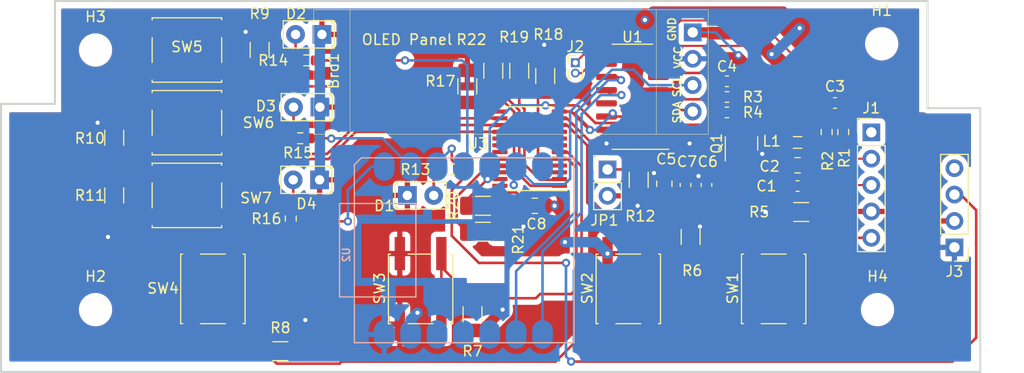
<source format=kicad_pcb>
(kicad_pcb (version 20211014) (generator pcbnew)
  (layers (0 "F.Cu" signal) (31 "B.Cu" signal) (34 "B.Paste" user) (35 "F.Paste" user) (36 "B.SilkS" user "B.Silkscreen") (37 "F.SilkS" user "F.Silkscreen") (38 "B.Mask" user) (39 "F.Mask" user) (44 "Edge.Cuts" user))
  (net 0 "")
  (net 1 "VCC")
  (net 2 "GND")
  (net 3 "/SCL")
  (net 4 "/SDA")
  (net 5 "/Red")
  (net 6 "/INA+")
  (net 7 "/INA-")
  (net 8 "Net-(C4-Pad1)")
  (net 9 "Net-(C8-Pad1)")
  (net 10 "Net-(D4-Pad2)")
  (net 11 "/Yellow")
  (net 12 "/A+")
  (net 13 "/A-")
  (net 14 "/B-")
  (net 15 "/B+")
  (net 16 "/MotorEN")
  (net 18 "Net-(L1-Pad2)")
  (net 19 "Net-(Q1-Pad1)")
  (net 20 "Net-(R3-Pad2)")
  (net 21 "/Increase")
  (net 22 "/Decrease")
  (net 23 "/Play")
  (net 24 "/Stop")
  (net 25 "/P1EN")
  (net 26 "/P2EN")
  (net 27 "/P3EN")
  (net 28 "Net-(R12-Pad2)")
  (net 29 "/Preset1")
  (net 30 "/Preset2")
  (net 31 "/Preset3")
  (net 32 "Net-(R17-Pad1)")
  (net 33 "Net-(R18-Pad2)")
  (net 34 "Net-(R19-Pad1)")
  (net 35 "Net-(R22-Pad1)")
  (net 36 "/SCK")
  (net 37 "/DAT")
  (net 49 "Net-(D1-Pad2)")
  (net 50 "Net-(D2-Pad2)")
  (net 51 "Net-(D3-Pad2)")
  (footprint "Button_Switch_SMD:SW_SPST_EVQQ2" (layer "F.Cu") (at 131.1 119 90)
    (fp_text reference "SW2")
    (fp_text value "SW_Push")
  )
  (footprint "Connector_PinHeader_2.54mm:PinHeader_1x04_P2.54mm_Vertical" (layer "F.Cu") (at 162.504 115 180)
    (fp_text reference "J3")
    (fp_text value "4PinPowerControl")
  )
  (footprint "Capacitor_SMD:C_0603_1608Metric_Pad1.08x0.95mm_HandSolder" (layer "F.Cu") (at 151 101.1 180)
    (fp_text reference "C3")
    (fp_text value "0.1uF")
  )
  (footprint "Resistor_SMD:R_1206_3216Metric_Pad1.30x1.75mm_HandSolder" (layer "F.Cu") (at 117.1 111 180)
    (fp_text reference "R20")
    (fp_text value "10K")
  )
  (footprint "Resistor_SMD:R_1206_3216Metric_Pad1.30x1.75mm_HandSolder" (layer "F.Cu") (at 81.6 110 90)
    (fp_text reference "R11")
    (fp_text value "10K")
  )
  (footprint "Capacitor_SMD:C_0603_1608Metric_Pad1.08x0.95mm_HandSolder" (layer "F.Cu") (at 140.6 99.01)
    (fp_text reference "C4")
    (fp_text value "0.1uF")
  )
  (footprint "Resistor_SMD:R_1206_3216Metric_Pad1.30x1.75mm_HandSolder" (layer "F.Cu") (at 120.6 98 90)
    (fp_text reference "R19")
    (fp_text value "10K")
  )
  (footprint "Resistor_SMD:R_0603_1608Metric_Pad0.98x0.95mm_HandSolder" (layer "F.Cu") (at 150.2 103.9 -90)
    (fp_text reference "R2")
    (fp_text value "100")
  )
  (footprint "Resistor_SMD:R_1206_3216Metric_Pad1.30x1.75mm_HandSolder" (layer "F.Cu") (at 116.1 121.45 90)
    (fp_text reference "R7")
    (fp_text value "10K")
  )
  (footprint "Resistor_SMD:R_1206_3216Metric_Pad1.30x1.75mm_HandSolder" (layer "F.Cu") (at 118.1 98 90)
    (fp_text reference "R22")
    (fp_text value "10K")
  )
  (footprint "MountingHole:MountingHole_2.2mm_M2" (layer "F.Cu") (at 79.8 121)
    (fp_text reference "H2")
    (fp_text value "MountingHole")
  )
  (footprint "Capacitor_SMD:C_0805_2012Metric_Pad1.18x1.45mm_HandSolder" (layer "F.Cu") (at 147.4 107.1 180)
    (fp_text reference "C2")
    (fp_text value "10uF")
  )
  (footprint "Resistor_SMD:R_1206_3216Metric_Pad1.30x1.75mm_HandSolder" (layer "F.Cu") (at 137.1 114 -90)
    (fp_text reference "R6")
    (fp_text value "10K")
  )
  (footprint "Capacitor_SMD:C_0805_2012Metric_Pad1.18x1.45mm_HandSolder" (layer "F.Cu") (at 134.57 108.885015 -90)
    (fp_text reference "C7")
    (fp_text value "10uF")
  )
  (footprint "Resistor_SMD:R_0603_1608Metric_Pad0.98x0.95mm_HandSolder" (layer "F.Cu") (at 100.1 97 180)
    (fp_text reference "R14")
    (fp_text value "1K")
  )
  (footprint "Connector_PinHeader_1.00mm:PinHeader_1x02_P1.00mm_Vertical" (layer "F.Cu") (at 126 97.225)
    (fp_text reference "J2")
    (fp_text value "Conn_01x02")
  )
  (footprint "MountingHole:MountingHole_2.2mm_M2" (layer "F.Cu") (at 155.5 95.4)
    (fp_text reference "H1")
    (fp_text value "MountingHole")
  )
  (footprint "Resistor_SMD:R_1206_3216Metric_Pad1.30x1.75mm_HandSolder" (layer "F.Cu") (at 147.75 111.6)
    (fp_text reference "R5")
    (fp_text value "10K")
  )
  (footprint "Resistor_SMD:R_1206_3216Metric_Pad1.30x1.75mm_HandSolder" (layer "F.Cu") (at 97.6 125 180)
    (fp_text reference "R8")
    (fp_text value "10K")
  )
  (footprint "LED_THT:LED_D2.0mm_W4.8mm_H2.5mm_FlatTop" (layer "F.Cu") (at 109.825 110)
    (fp_text reference "D1")
    (fp_text value "LED")
  )
  (footprint "Inductor_SMD:L_0603_1608Metric_Pad1.05x0.95mm_HandSolder" (layer "F.Cu") (at 140.6 102.01 180)
    (fp_text reference "R4")
    (fp_text value "20K")
  )
  (footprint "Button_Switch_SMD:SW_SPST_EVQQ2" (layer "F.Cu") (at 88.6 110 180)
    (fp_text reference "SW7")
    (fp_text value "SW_Push")
  )
  (footprint "Resistor_SMD:R_0603_1608Metric_Pad0.98x0.95mm_HandSolder" (layer "F.Cu") (at 114.1 107.5 180)
    (fp_text reference "R13")
    (fp_text value "1K")
  )
  (footprint "Button_Switch_SMD:SW_SPST_EVQQ2" (layer "F.Cu") (at 91.1 119 90)
    (fp_text reference "SW4")
    (fp_text value "SW_Push")
  )
  (footprint "Package_SO:TSSOP-24_4.4x7.8mm_P0.65mm" (layer "F.Cu") (at 121.6 105.5 180)
    (fp_text reference "U3")
    (fp_text value "TCA9548APWR")
  )
  (footprint "Package_TO_SOT_SMD:SOT-23" (layer "F.Cu") (at 142 105 90)
    (fp_text reference "Q1")
    (fp_text value "MMBTA92")
  )
  (footprint "LED_THT:LED_D2.0mm_W4.8mm_H2.5mm_FlatTop" (layer "F.Cu") (at 101.6 94.5 180)
    (fp_text reference "D2")
    (fp_text value "LED")
  )
  (footprint "Resistor_SMD:R_1206_3216Metric_Pad1.30x1.75mm_HandSolder" (layer "F.Cu") (at 115.6 99.5 90)
    (fp_text reference "R17")
    (fp_text value "10K")
  )
  (footprint "Resistor_SMD:R_1206_3216Metric_Pad1.30x1.75mm_HandSolder" (layer "F.Cu") (at 117.1 113.5 180)
    (fp_text reference "R21")
    (fp_text value "10K")
  )
  (footprint "Capacitor_SMD:C_0805_2012Metric_Pad1.18x1.45mm_HandSolder" (layer "F.Cu") (at 122.1 111)
    (fp_text reference "C8")
    (fp_text value "10uF")
  )
  (footprint "Package_SO:SOP-16_3.9x9.9mm_P1.27mm" (layer "F.Cu") (at 131.5 100.5 180)
    (fp_text reference "U1")
    (fp_text value "HX711")
  )
  (footprint "Inductor_SMD:L_0603_1608Metric_Pad1.05x0.95mm_HandSolder" (layer "F.Cu") (at 140.6 100.52 180)
    (fp_text reference "R3")
    (fp_text value "8.2K")
  )
  (footprint "Connector_PinHeader_2.54mm:PinHeader_1x05_P2.54mm_Vertical" (layer "F.Cu") (at 154.5 103.925)
    (fp_text reference "J1")
    (fp_text value "Conn_01x05_Female")
  )
  (footprint "Capacitor_SMD:C_0603_1608Metric_Pad1.08x0.95mm_HandSolder" (layer "F.Cu") (at 136.61 109 90)
    (fp_text reference "C5")
    (fp_text value "0.1uF")
  )
  (footprint "Resistor_SMD:R_1206_3216Metric_Pad1.30x1.75mm_HandSolder" (layer "F.Cu") (at 95.6 96 -90)
    (fp_text reference "R9")
    (fp_text value "10K")
  )
  (footprint "Button_Switch_SMD:SW_SPST_EVQQ2" (layer "F.Cu") (at 88.6 103)
    (fp_text reference "SW6")
    (fp_text value "SW_Push")
  )
  (footprint "Resistor_SMD:R_1206_3216Metric_Pad1.30x1.75mm_HandSolder" (layer "F.Cu") (at 81.6 104.45 -90)
    (fp_text reference "R10")
    (fp_text value "10K")
  )
  (footprint "Resistor_SMD:R_1206_3216Metric_Pad1.30x1.75mm_HandSolder" (layer "F.Cu") (at 123.1 98.5 -90)
    (fp_text reference "R18")
    (fp_text value "10K")
  )
  (footprint "Capacitor_SMD:C_0603_1608Metric_Pad1.08x0.95mm_HandSolder" (layer "F.Cu") (at 147.4 109.1)
    (fp_text reference "C1")
    (fp_text value "0.1uF")
  )
  (footprint "Connector_PinHeader_2.54mm:PinHeader_1x02_P2.54mm_Vertical" (layer "F.Cu") (at 129.1 107.5)
    (fp_text reference "JP1")
    (fp_text value "Jumper_2_Open")
  )
  (footprint "Button_Switch_SMD:SW_SPST_EVQQ2" (layer "F.Cu") (at 88.6 96)
    (fp_text reference "SW5")
    (fp_text value "SW_Push")
  )
  (footprint "Resistor_SMD:R_0603_1608Metric_Pad0.98x0.95mm_HandSolder" (layer "F.Cu") (at 151.8 103.9 90)
    (fp_text reference "R1")
    (fp_text value "100")
  )
  (footprint "Button_Switch_SMD:SW_SPST_EVQQ2" (layer "F.Cu") (at 145.1 119 90)
    (fp_text reference "SW1")
    (fp_text value "SW_Push")
  )
  (footprint "Resistor_SMD:R_0603_1608Metric_Pad0.98x0.95mm_HandSolder" (layer "F.Cu") (at 99.5125 104.5 180)
    (fp_text reference "R15")
    (fp_text value "1K")
  )
  (footprint "Resistor_SMD:R_1206_3216Metric_Pad1.30x1.75mm_HandSolder" (layer "F.Cu") (at 132.1 108.5 90)
    (fp_text reference "R12")
    (fp_text value "10K")
  )
  (footprint "Capacitor_SMD:C_0603_1608Metric_Pad1.08x0.95mm_HandSolder" (layer "F.Cu") (at 138.63 109 90)
    (fp_text reference "C6")
    (fp_text value "0.1uF")
  )
  (footprint "SSD1306:SSD1306-0.91-OLED-4pin-128x32" (layer "F.Cu") (at 100.805 92.115)
    (fp_text reference "Brd1")
    (fp_text value "SSD1306")
  )
  (footprint "MountingHole:MountingHole_2.2mm_M2" (layer "F.Cu") (at 79.8 96)
    (fp_text reference "H3")
    (fp_text value "MountingHole")
  )
  (footprint "LED_THT:LED_D2.0mm_W4.8mm_H2.5mm_FlatTop" (layer "F.Cu") (at 101.405 101.5 180)
    (fp_text reference "D3")
    (fp_text value "LED")
  )
  (footprint "MountingHole:MountingHole_2.2mm_M2" (layer "F.Cu") (at 155.1 121)
    (fp_text reference "H4")
    (fp_text value "MountingHole")
  )
  (footprint "Button_Switch_SMD:SW_SPST_EVQQ2" (layer "F.Cu") (at 111.1 119 90)
    (fp_text reference "SW3")
    (fp_text value "SW_Push")
  )
  (footprint "Resistor_SMD:R_0603_1608Metric_Pad0.98x0.95mm_HandSolder" (layer "F.Cu") (at 98.6 112.225 90)
    (fp_text reference "R16")
    (fp_text value "1K")
  )
  (footprint "Inductor_SMD:L_0805_2012Metric_Pad1.05x1.20mm_HandSolder" (layer "F.Cu") (at 147.4 104.9 180)
    (fp_text reference "L1")
    (fp_text value "3.3uH")
  )
  (footprint "LED_THT:LED_D2.0mm_W4.8mm_H2.5mm_FlatTop" (layer "F.Cu") (at 101.375 108.5 180)
    (fp_text reference "D4")
    (fp_text value "LED")
  )
  (footprint "ESP32S3:MOUDLE14P-SMD-2.54-21X17.8MM" (layer "B.Cu") (at 125.71925 106.384 -90)
    (fp_text reference "U2")
    (fp_text value "MOUDLE-SEEEDUINO-XIAO-ESP32S3")
  )
  (gr_poly (pts (xy 159.91 101.6) (xy 164.99 101.6) (xy 164.99 127) (xy 70.7 127) (xy 70.7 101.19) (xy 75.89 101.19) (xy 75.89 91.284) (xy 159.91 91.284)) (layer "Edge.Cuts") (width 0.2) (fill none))
  (segment (start 118.65 113.5) (end 120.5 113.5) (width 1) (layer "F.Cu") (net 1))
  (segment (start 99.15 125) (end 99.15 122.85) (width 1) (layer "F.Cu") (net 1))
  (segment (start 134.57 107.847515) (end 133.570281 107.847515) (width 1) (layer "F.Cu") (net 1))
  (segment (start 99.15 122.85) (end 100 122) (width 1) (layer "F.Cu") (net 1))
  (segment (start 134.859985 108.1375) (end 134.57 107.847515) (width 1) (layer "F.Cu") (net 1))
  (segment (start 138.63 108.1375) (end 137.8625 108.1375) (width 1) (layer "F.Cu") (net 1))
  (segment (start 137.45 112.45) (end 138 113) (width 0.25) (layer "F.Cu") (net 1))
  (segment (start 120.65 113) (end 121 113) (width 1) (layer "F.Cu") (net 1))
  (segment (start 95.6 94.45) (end 94.45 94.45) (width 0.25) (layer "F.Cu") (net 1))
  (segment (start 146.2 111.6) (end 144.3 111.6) (width 1) (layer "F.Cu") (net 1))
  (segment (start 123.1 95.6) (end 123 95.5) (width 1) (layer "F.Cu") (net 1))
  (segment (start 117 123) (end 119 121) (width 1) (layer "F.Cu") (net 1))
  (segment (start 137.1 112.45) (end 137.45 112.45) (width 0.25) (layer "F.Cu") (net 1))
  (segment (start 81.6 102.9) (end 80.1 102.9) (width 1) (layer "F.Cu") (net 1))
  (segment (start 137.8625 108.1375) (end 134.859985 108.1375) (width 1) (layer "F.Cu") (net 1))
  (segment (start 129.055 104.945) (end 129 105) (width 1) (layer "F.Cu") (net 1))
  (segment (start 143.9375 105.9375) (end 144 106) (width 1) (layer "F.Cu") (net 1))
  (segment (start 118.65 111) (end 120.65 113) (width 1) (layer "F.Cu") (net 1))
  (segment (start 94.45 94.45) (end 94.25 94.25) (width 0.25) (layer "F.Cu") (net 1))
  (segment (start 81.6 111.55) (end 81.6 113.4) (width 1) (layer "F.Cu") (net 1))
  (segment (start 132.1 110.9) (end 132 111) (width 1) (layer "F.Cu") (net 1))
  (segment (start 137 105) (end 136.945 104.945) (width 1) (layer "F.Cu") (net 1))
  (segment (start 80.1 102.9) (end 80 103) (width 1) (layer "F.Cu") (net 1))
  (segment (start 120.5 113.5) (end 121 113) (width 1) (layer "F.Cu") (net 1))
  (segment (start 81.6 113.4) (end 81 114) (width 1) (layer "F.Cu") (net 1))
  (segment (start 123.1 96.95) (end 123.1 95.6) (width 1) (layer "F.Cu") (net 1))
  (segment (start 116.1 123) (end 117 123) (width 1) (layer "F.Cu") (net 1))
  (segment (start 132.1 110.05) (end 132.1 110.9) (width 1) (layer "F.Cu") (net 1))
  (segment (start 130.6 104.945) (end 129.055 104.945) (width 1) (layer "F.Cu") (net 1))
  (segment (start 136.945 104.945) (end 134 104.945) (width 1) (layer "F.Cu") (net 1))
  (segment (start 142.95 105.9375) (end 143.9375 105.9375) (width 1) (layer "F.Cu") (net 1))
  (via (at 81 114) (size 0.8) (drill 0.4) (layers "F.Cu" "B.Cu") (net 1))
  (via (at 80 103) (size 0.8) (drill 0.4) (layers "F.Cu" "B.Cu") (net 1))
  (via (at 123 95.5) (size 0.8) (drill 0.4) (layers "F.Cu" "B.Cu") (net 1))
  (via (at 100 122) (size 0.8) (drill 0.4) (layers "F.Cu" "B.Cu") (net 1))
  (via (at 137.8625 108.1375) (size 0.8) (drill 0.4) (layers "F.Cu" "B.Cu") (net 1))
  (via (at 144 106) (size 0.8) (drill 0.4) (layers "F.Cu" "B.Cu") (net 1))
  (via (at 137 105) (size 0.8) (drill 0.4) (layers "F.Cu" "B.Cu") (net 1))
  (via (at 121 113) (size 0.8) (drill 0.4) (layers "F.Cu" "B.Cu") (net 1))
  (via (at 94.25 94.25) (size 0.8) (drill 0.4) (layers "F.Cu" "B.Cu") (net 1))
  (via (at 129 105) (size 0.8) (drill 0.4) (layers "F.Cu" "B.Cu") (net 1))
  (via (at 119 121) (size 0.8) (drill 0.4) (layers "F.Cu" "B.Cu") (net 1))
  (via (at 133.570281 107.847515) (size 0.8) (drill 0.4) (layers "F.Cu" "B.Cu") (net 1))
  (via (at 132 111) (size 0.8) (drill 0.4) (layers "F.Cu" "B.Cu") (net 1))
  (via (at 138 113) (size 0.8) (drill 0.4) (layers "F.Cu" "B.Cu") (net 1))
  (via (at 144.3 111.6) (size 0.8) (drill 0.4) (layers "F.Cu" "B.Cu") (net 1))
  (segment (start 125.625 101.925) (end 127.4 103.7) (width 0.25) (layer "F.Cu") (net 2))
  (segment (start 146 92.3) (end 134.5 92.3) (width 1) (layer "F.Cu") (net 2))
  (segment (start 133.5 92.3) (end 132.7 93.1) (width 1) (layer "F.Cu") (net 2))
  (segment (start 141.4625 99.01) (end 141.7 98.7725) (width 0.25) (layer "F.Cu") (net 2))
  (segment (start 147.6 93.9) (end 146 92.3) (width 1) (layer "F.Cu") (net 2))
  (segment (start 123.1375 111) (end 124 111) (width 1) (layer "F.Cu") (net 2))
  (segment (start 133.598249 99.865) (end 131.058249 102.405) (width 0.25) (layer "F.Cu") (net 2))
  (segment (start 110.8 121.3) (end 111 121.3) (width 1) (layer "F.Cu") (net 2))
  (segment (start 111 121.3) (end 111.2 121.1) (width 1) (layer "F.Cu") (net 2))
  (segment (start 131.058249 102.405) (end 129 102.405) (width 0.25) (layer "F.Cu") (net 2))
  (segment (start 134 99.865) (end 133.598249 99.865) (width 0.25) (layer "F.Cu") (net 2))
  (segment (start 124 111) (end 125 112) (width 1) (layer "F.Cu") (net 2))
  (segment (start 111.5 120.8) (end 111.5 120.7) (width 1) (layer "F.Cu") (net 2))
  (segment (start 142.805 94.305) (end 144.9 96.4) (width 1) (layer "F.Cu") (net 2))
  (segment (start 111.2 121.1) (end 111.5 120.8) (width 1) (layer "F.Cu") (net 2))
  (segment (start 134.5 92.3) (end 133.5 92.3) (width 1) (layer "F.Cu") (net 2))
  (segment (start 124.4625 101.925) (end 125.625 101.925) (width 0.25) (layer "F.Cu") (net 2))
  (segment (start 125 112) (end 125 114.5) (width 1) (layer "F.Cu") (net 2))
  (segment (start 137.305 94.305) (end 142.805 94.305) (width 1) (layer "F.Cu") (net 2))
  (segment (start 141.7 98.7725) (end 141.7 96.5) (width 0.25) (layer "F.Cu") (net 2))
  (via (at 127.4 103.7) (size 0.8) (drill 0.4) (layers "F.Cu" "B.Cu") (net 2))
  (via (at 141.7 96.5) (size 0.8) (drill 0.4) (layers "F.Cu" "B.Cu") (net 2))
  (via (at 144.9 96.4) (size 0.8) (drill 0.4) (layers "F.Cu" "B.Cu") (net 2))
  (via (at 110.8 121.3) (size 0.8) (drill 0.4) (layers "F.Cu" "B.Cu") (net 2))
  (via (at 129.6 102.1) (size 0.8) (drill 0.4) (layers "F.Cu" "B.Cu") (net 2))
  (via (at 124 111) (size 0.8) (drill 0.4) (layers "F.Cu" "B.Cu") (net 2))
  (via (at 129.1 115.6) (size 0.8) (drill 0.4) (layers "F.Cu" "B.Cu") (net 2))
  (via (at 125 114.5) (size 0.8) (drill 0.4) (layers "F.Cu" "B.Cu") (net 2))
  (via (at 147.6 93.9) (size 0.8) (drill 0.4) (layers "F.Cu" "B.Cu") (net 2))
  (via (at 132.7 93.1) (size 0.8) (drill 0.4) (layers "F.Cu" "B.Cu") (net 2))
  (segment (start 101.405 94.695) (end 101.6 94.5) (width 1) (layer "B.Cu") (net 2))
  (segment (start 141.7 96.5) (end 139.505 94.305) (width 0.25) (layer "B.Cu") (net 2))
  (segment (start 145.1 96.4) (end 147.6 93.9) (width 1) (layer "B.Cu") (net 2))
  (segment (start 127.4 103.7) (end 128 103.7) (width 0.25) (layer "B.Cu") (net 2))
  (segment (start 101.405 101.5) (end 101.405 108.47) (width 1) (layer "B.Cu") (net 2))
  (segment (start 101.405 108.47) (end 101.375 108.5) (width 1) (layer "B.Cu") (net 2))
  (segment (start 110.13925 123.384) (end 110.13925 121.96075) (width 1) (layer "B.Cu") (net 2))
  (segment (start 110.13925 121.96075) (end 110.8 121.3) (width 1) (layer "B.Cu") (net 2))
  (segment (start 125 114.5) (end 128 114.5) (width 1) (layer "B.Cu") (net 2))
  (segment (start 128 114.5) (end 129.1 115.6) (width 1) (layer "B.Cu") (net 2))
  (segment (start 101.405 101.5) (end 101.405 94.695) (width 1) (layer "B.Cu") (net 2))
  (segment (start 144.9 96.4) (end 145.1 96.4) (width 1) (layer "B.Cu") (net 2))
  (segment (start 139.505 94.305) (end 137.305 94.305) (width 0.25) (layer "B.Cu") (net 2))
  (segment (start 128 103.7) (end 129.6 102.1) (width 0.25) (layer "B.Cu") (net 2))
  (segment (start 118.7375 107.775) (end 119.426041 107.775) (width 0.25) (layer "F.Cu") (net 3))
  (segment (start 119.426041 107.775) (end 120.0745 108.423459) (width 0.25) (layer "F.Cu") (net 3))
  (segment (start 120.0745 108.423459) (end 120.0745 109) (width 0.25) (layer "F.Cu") (net 3))
  (segment (start 118.663 107.7005) (end 117.011327 107.7005) (width 0.25) (layer "F.Cu") (net 3))
  (segment (start 114.575 110.136827) (end 114.575 112.525) (width 0.25) (layer "F.Cu") (net 3))
  (segment (start 118.7375 107.775) (end 118.663 107.7005) (width 0.25) (layer "F.Cu") (net 3))
  (segment (start 117.011327 107.7005) (end 114.575 110.136827) (width 0.25) (layer "F.Cu") (net 3))
  (segment (start 114.575 112.525) (end 115.55 113.5) (width 0.25) (layer "F.Cu") (net 3))
  (via (at 120.0745 109) (size 0.8) (drill 0.4) (layers "F.Cu" "B.Cu") (net 3))
  (segment (start 129.526701 97.9) (end 125.5 101.926701) (width 0.25) (layer "B.Cu") (net 3))
  (segment (start 120.0745 107.44375) (end 120.29925 107.219) (width 0.25) (layer "B.Cu") (net 3))
  (segment (start 137.305 99.385) (end 133.085 99.385) (width 0.25) (layer "B.Cu") (net 3))
  (segment (start 121.99925 108.919) (end 120.29925 107.219) (width 0.25) (layer "B.Cu") (net 3))
  (segment (start 133.085 99.385) (end 131.6 97.9) (width 0.25) (layer "B.Cu") (net 3))
  (segment (start 125.5 101.926701) (end 125.5 108.4) (width 0.25) (layer "B.Cu") (net 3))
  (segment (start 120.0745 109) (end 120.0745 107.44375) (width 0.25) (layer "B.Cu") (net 3))
  (segment (start 131.6 97.9) (end 129.526701 97.9) (width 0.25) (layer "B.Cu") (net 3))
  (segment (start 124.981 108.919) (end 121.99925 108.919) (width 0.25) (layer "B.Cu") (net 3))
  (segment (start 125.5 108.4) (end 124.981 108.919) (width 0.25) (layer "B.Cu") (net 3))
  (segment (start 137.305 101.925) (end 137.16 101.78) (width 0.25) (layer "F.Cu") (net 4))
  (segment (start 115.55 110.425) (end 117.55 108.425) (width 0.25) (layer "F.Cu") (net 4))
  (segment (start 117.55 108.425) (end 118.7375 108.425) (width 0.25) (layer "F.Cu") (net 4))
  (segment (start 115.55 111) (end 115.55 110.425) (width 0.25) (layer "F.Cu") (net 4))
  (segment (start 131.068939 103.03) (end 127.93 103.03) (width 0.25) (layer "F.Cu") (net 4))
  (segment (start 126.230378 101.330378) (end 123.130378 101.330378) (width 0.25) (layer "F.Cu") (net 4))
  (segment (start 127.93 103.03) (end 126.230378 101.330378) (width 0.25) (layer "F.Cu") (net 4))
  (segment (start 132.318939 101.78) (end 131.068939 103.03) (width 0.25) (layer "F.Cu") (net 4))
  (segment (start 137.16 101.78) (end 132.318939 101.78) (width 0.25) (layer "F.Cu") (net 4))
  (via (at 117.55 108.425) (size 0.8) (drill 0.4) (layers "F.Cu" "B.Cu") (net 4))
  (via (at 123.130378 101.330378) (size 0.8) (drill 0.4) (layers "F.Cu" "B.Cu") (net 4))
  (segment (start 117.75925 103.54075) (end 117.75925 107.219) (width 0.25) (layer "B.Cu") (net 4))
  (segment (start 119.969622 101.330378) (end 117.75925 103.54075) (width 0.25) (layer "B.Cu") (net 4))
  (segment (start 121.869622 101.330378) (end 121.869622 101.369622) (width 0.25) (layer "B.Cu") (net 4))
  (segment (start 121.869622 101.330378) (end 119.969622 101.330378) (width 0.25) (layer "B.Cu") (net 4))
  (segment (start 123.130378 101.330378) (end 121.869622 101.330378) (width 0.25) (layer "B.Cu") (net 4))
  (segment (start 123.330378 101.330378) (end 123.130378 101.330378) (width 0.25) (layer "B.Cu") (net 4))
  (segment (start 151.585 114.085) (end 154.5 114.085) (width 0.25) (layer "F.Cu") (net 5))
  (segment (start 148.4375 105.0125) (end 148.55 104.9) (width 0.25) (layer "F.Cu") (net 5))
  (segment (start 148.4375 107.1) (end 148.4375 105.0125) (width 0.25) (layer "F.Cu") (net 5))
  (segment (start 148.2625 109.1) (end 148.2625 107.275) (width 0.25) (layer "F.Cu") (net 5))
  (segment (start 148.2625 107.275) (end 148.4375 107.1) (width 0.25) (layer "F.Cu") (net 5))
  (segment (start 148.2625 109.1) (end 149.9 109.1) (width 0.25) (layer "F.Cu") (net 5))
  (segment (start 150.95 110.15) (end 150.95 113.45) (width 0.25) (layer "F.Cu") (net 5))
  (segment (start 149.9 109.1) (end 150.95 110.15) (width 0.25) (layer "F.Cu") (net 5))
  (segment (start 150.95 113.45) (end 151.585 114.085) (width 0.25) (layer "F.Cu") (net 5))
  (segment (start 151.8625 100.1625) (end 151.8625 101.1) (width 0.2) (layer "F.Cu") (net 6))
  (segment (start 151.8 101.1625) (end 151.8625 101.1) (width 0.2) (layer "F.Cu") (net 6))
  (segment (start 149.1 98.6375) (end 150.3375 98.6375) (width 0.2) (layer "F.Cu") (net 6))
  (segment (start 143.6175 93.155) (end 136.155 93.155) (width 0.2) (layer "F.Cu") (net 6))
  (segment (start 151.8 102.9875) (end 151.8 101.1625) (width 0.2) (layer "F.Cu") (net 6))
  (segment (start 134 95.31) (end 134 96.055) (width 0.2) (layer "F.Cu") (net 6))
  (segment (start 149.1 98.6375) (end 143.6175 93.155) (width 0.2) (layer "F.Cu") (net 6))
  (segment (start 136.155 93.155) (end 134 95.31) (width 0.2) (layer "F.Cu") (net 6))
  (segment (start 150.3375 98.6375) (end 151.8625 100.1625) (width 0.2) (layer "F.Cu") (net 6))
  (segment (start 134 97.325) (end 134.366396 97.325) (width 0.2) (layer "F.Cu") (net 7))
  (segment (start 142.2 95.6) (end 147.7 101.1) (width 0.2) (layer "F.Cu") (net 7))
  (segment (start 136.091396 95.6) (end 142.2 95.6) (width 0.2) (layer "F.Cu") (net 7))
  (segment (start 147.7 101.1) (end 150.1375 101.1) (width 0.2) (layer "F.Cu") (net 7))
  (segment (start 134.366396 97.325) (end 136.091396 95.6) (width 0.2) (layer "F.Cu") (net 7))
  (segment (start 150.1375 102.925) (end 150.2 102.9875) (width 0.2) (layer "F.Cu") (net 7))
  (segment (start 150.1375 101.1) (end 150.1375 102.925) (width 0.2) (layer "F.Cu") (net 7))
  (segment (start 134.385 98.21) (end 134 98.595) (width 0.25) (layer "F.Cu") (net 8))
  (segment (start 138.9375 98.21) (end 134.385 98.21) (width 0.25) (layer "F.Cu") (net 8))
  (segment (start 139.7375 99.01) (end 138.9375 98.21) (width 0.25) (layer "F.Cu") (net 8))
  (segment (start 120.3245 109.7245) (end 121.0625 110.4625) (width 0.25) (layer "F.Cu") (net 9))
  (segment (start 121.0625 110.4625) (end 121.0625 111) (width 0.25) (layer "F.Cu") (net 9))
  (segment (start 119.387 109.7245) (end 120.3245 109.7245) (width 0.25) (layer "F.Cu") (net 9))
  (segment (start 118.7375 109.075) (end 119.387 109.7245) (width 0.25) (layer "F.Cu") (net 9))
  (segment (start 98.835 108.5) (end 98.835 111.0775) (width 0.25) (layer "F.Cu") (net 10))
  (segment (start 98.835 111.0775) (end 98.6 111.3125) (width 0.25) (layer "F.Cu") (net 10))
  (segment (start 151.8 105.8) (end 151.8 104.8125) (width 0.2) (layer "F.Cu") (net 12))
  (segment (start 152.465 106.465) (end 151.8 105.8) (width 0.2) (layer "F.Cu") (net 12))
  (segment (start 154.5 106.465) (end 152.465 106.465) (width 0.2) (layer "F.Cu") (net 12))
  (segment (start 151.405 109.005) (end 154.5 109.005) (width 0.2) (layer "F.Cu") (net 13))
  (segment (start 150.2 107.8) (end 151.405 109.005) (width 0.2) (layer "F.Cu") (net 13))
  (segment (start 150.2 104.8125) (end 150.2 107.8) (width 0.2) (layer "F.Cu") (net 13))
  (segment (start 127.17 96.055) (end 126 97.225) (width 0.2) (layer "F.Cu") (net 14))
  (segment (start 129 96.055) (end 127.17 96.055) (width 0.2) (layer "F.Cu") (net 14))
  (segment (start 126.60104 98.225) (end 126 98.225) (width 0.2) (layer "F.Cu") (net 15))
  (segment (start 128.775 97.325) (end 128.4 97.7) (width 0.2) (layer "F.Cu") (net 15))
  (segment (start 128.4 97.7) (end 127.12604 97.7) (width 0.2) (layer "F.Cu") (net 15))
  (segment (start 127.12604 97.7) (end 126.60104 98.225) (width 0.2) (layer "F.Cu") (net 15))
  (segment (start 115.0125 108.5875) (end 114.1 109.5) (width 0.25) (layer "F.Cu") (net 16))
  (segment (start 116.711827 116.5) (end 125.1 116.5) (width 0.25) (layer "F.Cu") (net 16))
  (segment (start 114.1 109.5) (end 114.1 113.5) (width 0.25) (layer "F.Cu") (net 16))
  (segment (start 114.1 113.888173) (end 116.711827 116.5) (width 0.25) (layer "F.Cu") (net 16))
  (segment (start 164.6 123.7) (end 162.3 126) (width 0.25) (layer "F.Cu") (net 16))
  (segment (start 162.3 126) (end 125.6 126) (width 0.25) (layer "F.Cu") (net 16))
  (segment (start 162.504 109.92) (end 163.1 109.92) (width 0.25) (layer "F.Cu") (net 16))
  (segment (start 114.1 106.5875) (end 115.0125 107.5) (width 0.25) (layer "F.Cu") (net 16))
  (segment (start 114.1 113.5) (end 114.1 113.888173) (width 0.25) (layer "F.Cu") (net 16))
  (segment (start 164.6 111.42) (end 164.6 123.7) (width 0.25) (layer "F.Cu") (net 16))
  (segment (start 114.1 105.5) (end 114.1 106.5875) (width 0.25) (layer "F.Cu") (net 16))
  (segment (start 115.0125 107.5) (end 115.0125 108.5875) (width 0.25) (layer "F.Cu") (net 16))
  (segment (start 163.1 109.92) (end 164.6 111.42) (width 0.25) (layer "F.Cu") (net 16))
  (via (at 125.1 116.5) (size 0.8) (drill 0.4) (layers "F.Cu" "B.Cu") (net 16))
  (via (at 125.6 126) (size 0.8) (drill 0.4) (layers "F.Cu" "B.Cu") (net 16))
  (via (at 114.1 105.5) (size 0.8) (drill 0.4) (layers "F.Cu" "B.Cu") (net 16))
  (segment (start 125.1 125.5) (end 125.6 126) (width 0.25) (layer "B.Cu") (net 16))
  (segment (start 112.67925 107.219) (end 112.67925 106.92075) (width 0.25) (layer "B.Cu") (net 16))
  (segment (start 112.67925 106.92075) (end 114.1 105.5) (width 0.25) (layer "B.Cu") (net 16))
  (segment (start 125.1 116.5) (end 125.1 125.5) (width 0.25) (layer "B.Cu") (net 16))
  (segment (start 135.3 103.2) (end 139.7 103.2) (width 0.25) (layer "F.Cu") (net 18))
  (segment (start 134.505 102.405) (end 135.3 103.2) (width 0.25) (layer "F.Cu") (net 18))
  (segment (start 146.25 104.9) (end 145.4125 104.0625) (width 0.25) (layer "F.Cu") (net 18))
  (segment (start 145.4125 104.0625) (end 142 104.0625) (width 0.25) (layer "F.Cu") (net 18))
  (segment (start 139.7 103.2) (end 139.71875 103.18125) (width 0.25) (layer "F.Cu") (net 18))
  (segment (start 139.71875 103.18125) (end 140.6 104.0625) (width 0.25) (layer "F.Cu") (net 18))
  (segment (start 140.6 104.0625) (end 142 104.0625) (width 0.25) (layer "F.Cu") (net 18))
  (segment (start 142 102.535) (end 141.475 102.01) (width 0.25) (layer "F.Cu") (net 18))
  (segment (start 139.5875 103.05) (end 139.71875 103.18125) (width 0.25) (layer "F.Cu") (net 18))
  (segment (start 142 104.0625) (end 142 102.535) (width 0.25) (layer "F.Cu") (net 18))
  (segment (start 134 102.405) (end 134.505 102.405) (width 0.25) (layer "F.Cu") (net 18))
  (segment (start 141.05 105.9375) (end 140.9375 105.9375) (width 0.25) (layer "F.Cu") (net 19))
  (segment (start 140.9375 105.9375) (end 138.675 103.675) (width 0.25) (layer "F.Cu") (net 19))
  (segment (start 136.675 103.675) (end 137.3875 103.675) (width 0.25) (layer "F.Cu") (net 19))
  (segment (start 136.675 103.675) (end 134 103.675) (width 0.25) (layer "F.Cu") (net 19))
  (segment (start 138.675 103.675) (end 136.675 103.675) (width 0.25) (layer "F.Cu") (net 19))
  (segment (start 139.2225 101.0225) (end 138.95 100.75) (width 0.25) (layer "F.Cu") (net 20))
  (segment (start 139.725 102.01) (end 139.725 100.52) (width 0.25) (layer "F.Cu") (net 20))
  (segment (start 139.2225 101.0225) (end 139.725 100.52) (width 0.25) (layer "F.Cu") (net 20))
  (segment (start 139.11 101.135) (end 139.2225 101.0225) (width 0.25) (layer "F.Cu") (net 20))
  (segment (start 138.95 100.75) (end 134.385 100.75) (width 0.25) (layer "F.Cu") (net 20))
  (segment (start 134.385 100.75) (end 134 101.135) (width 0.25) (layer "F.Cu") (net 20))
  (segment (start 147.1 115.6) (end 147.1 119) (width 0.25) (layer "F.Cu") (net 21))
  (segment (start 140.6 114.5) (end 140.6 118) (width 0.25) (layer "F.Cu") (net 21))
  (segment (start 124.4625 102.575) (end 125.175 102.575) (width 0.25) (layer "F.Cu") (net 21))
  (segment (start 125.175 102.575) (end 127.6 105) (width 0.25) (layer "F.Cu") (net 21))
  (segment (start 140.6 118) (end 141.6 119) (width 0.25) (layer "F.Cu") (net 21))
  (segment (start 147.1 119) (end 147.1 122.4) (width 0.25) (layer "F.Cu") (net 21))
  (segment (start 140.1 114) (end 140.6 114.5) (width 0.25) (layer "F.Cu") (net 21))
  (segment (start 134.6 113) (end 135.6 114) (width 0.25) (layer "F.Cu") (net 21))
  (segment (start 141.6 119) (end 147.1 119) (width 0.25) (layer "F.Cu") (net 21))
  (segment (start 130.1 113) (end 134.6 113) (width 0.25) (layer "F.Cu") (net 21))
  (segment (start 147.1 115.6) (end 147.1 113.8) (width 0.25) (layer "F.Cu") (net 21))
  (segment (start 127.6 110.5) (end 130.1 113) (width 0.25) (layer "F.Cu") (net 21))
  (segment (start 135.6 114) (end 140.1 114) (width 0.25) (layer "F.Cu") (net 21))
  (segment (start 147.1 113.8) (end 149.3 111.6) (width 0.25) (layer "F.Cu") (net 21))
  (segment (start 127.6 105) (end 127.6 110.5) (width 0.25) (layer "F.Cu") (net 21))
  (segment (start 125.18931 103.225) (end 124.4625 103.225) (width 0.25) (layer "F.Cu") (net 22))
  (segment (start 137.05 115.6) (end 133.1 115.6) (width 0.25) (layer "F.Cu") (net 22))
  (segment (start 127.150499 105.186189) (end 125.18931 103.225) (width 0.25) (layer "F.Cu") (net 22))
  (segment (start 137.1 115.55) (end 137.05 115.6) (width 0.25) (layer "F.Cu") (net 22))
  (segment (start 133.1 115.6) (end 132.06431 115.6) (width 0.25) (layer "F.Cu") (net 22))
  (segment (start 132.06431 115.6) (end 127.150499 110.686189) (width 0.25) (layer "F.Cu") (net 22))
  (segment (start 127.150499 110.686189) (end 127.150499 105.186189) (width 0.25) (layer "F.Cu") (net 22))
  (segment (start 133.1 122.4) (end 133.1 115.6) (width 0.25) (layer "F.Cu") (net 22))
  (segment (start 126.1 107.336396) (end 126.1 119) (width 0.25) (layer "F.Cu") (net 23))
  (segment (start 125.238604 106.475) (end 126.1 107.336396) (width 0.25) (layer "F.Cu") (net 23))
  (segment (start 113.1 115.6) (end 113.1 116.9) (width 0.25) (layer "F.Cu") (net 23))
  (segment (start 122.2 119.9) (end 116.1 119.9) (width 0.25) (layer "F.Cu") (net 23))
  (segment (start 126.1 119) (end 125.6 119.5) (width 0.25) (layer "F.Cu") (net 23))
  (segment (start 124.4625 106.475) (end 125.238604 106.475) (width 0.25) (layer "F.Cu") (net 23))
  (segment (start 113.1 116.9) (end 116.1 119.9) (width 0.25) (layer "F.Cu") (net 23))
  (segment (start 122.6 119.5) (end 122.2 119.9) (width 0.25) (layer "F.Cu") (net 23))
  (segment (start 113.1 122.4) (end 113.1 115.6) (width 0.25) (layer "F.Cu") (net 23))
  (segment (start 125.6 119.5) (end 122.6 119.5) (width 0.25) (layer "F.Cu") (net 23))
  (segment (start 93.1 115.6) (end 93.1 122.4) (width 0.25) (layer "F.Cu") (net 24))
  (segment (start 126.6 119) (end 126.6 107.2) (width 0.25) (layer "F.Cu") (net 24))
  (segment (start 103.5 126) (end 103.3 126.2) (width 0.25) (layer "F.Cu") (net 24))
  (segment (start 124.1 126) (end 126.6 123.5) (width 0.25) (layer "F.Cu") (net 24))
  (segment (start 126.6 107.2) (end 125.225 105.825) (width 0.25) (layer "F.Cu") (net 24))
  (segment (start 126.6 123.5) (end 126.6 119) (width 0.25) (layer "F.Cu") (net 24))
  (segment (start 103.5 126) (end 124.1 126) (width 0.25) (layer "F.Cu") (net 24))
  (segment (start 93.1 122.4) (end 95.7 125) (width 0.25) (layer "F.Cu") (net 24))
  (segment (start 95.7 125) (end 96.05 125) (width 0.25) (layer "F.Cu") (net 24))
  (segment (start 125.225 105.825) (end 124.4625 105.825) (width 0.25) (layer "F.Cu") (net 24))
  (segment (start 97.25 126.2) (end 96.05 125) (width 0.25) (layer "F.Cu") (net 24))
  (segment (start 126.6 120) (end 126.6 119) (width 0.25) (layer "F.Cu") (net 24))
  (segment (start 103.3 126.2) (end 97.25 126.2) (width 0.25) (layer "F.Cu") (net 24))
  (segment (start 95.6 97.55) (end 95.15 98) (width 0.25) (layer "F.Cu") (net 25))
  (segment (start 95.15 98) (end 92 98) (width 0.25) (layer "F.Cu") (net 25))
  (segment (start 106.1 99.5) (end 97.55 99.5) (width 0.25) (layer "F.Cu") (net 25))
  (segment (start 85.2 98) (end 92 98) (width 0.25) (layer "F.Cu") (net 25))
  (segment (start 97.55 99.5) (end 95.6 97.55) (width 0.25) (layer "F.Cu") (net 25))
  (segment (start 109.175 102.575) (end 106.1 99.5) (width 0.25) (layer "F.Cu") (net 25))
  (segment (start 118.7375 102.575) (end 109.175 102.575) (width 0.25) (layer "F.Cu") (net 25))
  (segment (start 92 105) (end 85.2 105) (width 0.25) (layer "F.Cu") (net 26))
  (segment (start 118.7375 103.225) (end 104.875 103.225) (width 0.25) (layer "F.Cu") (net 26))
  (segment (start 82.6 105) (end 81.6 106) (width 0.25) (layer "F.Cu") (net 26))
  (segment (start 104.875 103.225) (end 102.1 106) (width 0.25) (layer "F.Cu") (net 26))
  (segment (start 85.2 105) (end 82.6 105) (width 0.25) (layer "F.Cu") (net 26))
  (segment (start 93 106) (end 92 105) (width 0.25) (layer "F.Cu") (net 26))
  (segment (start 102.1 106) (end 93 106) (width 0.25) (layer "F.Cu") (net 26))
  (segment (start 104.86069 103.875) (end 102.23569 106.5) (width 0.25) (layer "F.Cu") (net 27))
  (segment (start 85.2 108) (end 82.05 108) (width 0.25) (layer "F.Cu") (net 27))
  (segment (start 92 108) (end 85.2 108) (width 0.25) (layer "F.Cu") (net 27))
  (segment (start 82.05 108) (end 81.6 108.45) (width 0.25) (layer "F.Cu") (net 27))
  (segment (start 93.5 106.5) (end 92 108) (width 0.25) (layer "F.Cu") (net 27))
  (segment (start 102.23569 106.5) (end 93.5 106.5) (width 0.25) (layer "F.Cu") (net 27))
  (segment (start 118.7375 103.875) (end 104.86069 103.875) (width 0.25) (layer "F.Cu") (net 27))
  (segment (start 131.55 107.5) (end 129.1 107.5) (width 0.25) (layer "F.Cu") (net 28))
  (segment (start 129 103.675) (end 131.001751 103.675) (width 0.25) (layer "F.Cu") (net 28))
  (segment (start 132.1 106.95) (end 131.55 107.5) (width 0.25) (layer "F.Cu") (net 28))
  (segment (start 132.1 104.773249) (end 132.1 106.95) (width 0.25) (layer "F.Cu") (net 28))
  (segment (start 131.001751 103.675) (end 132.1 104.773249) (width 0.25) (layer "F.Cu") (net 28))
  (segment (start 109.6 97) (end 101.0125 97) (width 0.25) (layer "F.Cu") (net 29))
  (via (at 109.6 97) (size 0.8) (drill 0.4) (layers "F.Cu" "B.Cu") (net 29))
  (segment (start 115.21925 107.219) (end 115.6 106.83825) (width 0.25) (layer "B.Cu") (net 29))
  (segment (start 115.1 97) (end 109.6 97) (width 0.25) (layer "B.Cu") (net 29))
  (segment (start 115.6 106.83825) (end 115.6 97.5) (width 0.25) (layer "B.Cu") (net 29))
  (segment (start 115.6 97.5) (end 115.1 97) (width 0.25) (layer "B.Cu") (net 29))
  (segment (start 102.475175 104.5) (end 102.5045 104.529325) (width 0.25) (layer "F.Cu") (net 30))
  (segment (start 100.425 104.5) (end 102.475175 104.5) (width 0.25) (layer "F.Cu") (net 30))
  (via (at 102.5045 104.529325) (size 0.8) (drill 0.4) (layers "F.Cu" "B.Cu") (net 30))
  (segment (start 110.13925 107.219) (end 107.42025 104.5) (width 0.25) (layer "B.Cu") (net 30))
  (segment (start 107.42025 104.5) (end 102.533825 104.5) (width 0.25) (layer "B.Cu") (net 30))
  (segment (start 102.533825 104.5) (end 102.5045 104.529325) (width 0.25) (layer "B.Cu") (net 30))
  (segment (start 104.1 112.5) (end 99.2375 112.5) (width 0.25) (layer "F.Cu") (net 31))
  (segment (start 99.2375 112.5) (end 98.6 113.1375) (width 0.25) (layer "F.Cu") (net 31))
  (via (at 104.1 112.5) (size 0.8) (drill 0.4) (layers "F.Cu" "B.Cu") (net 31))
  (segment (start 107.59925 107.219) (end 106.381 107.219) (width 0.25) (layer "B.Cu") (net 31))
  (segment (start 106.381 107.219) (end 104.1 109.5) (width 0.25) (layer "B.Cu") (net 31))
  (segment (start 104.1 109.5) (end 104.1 112.5) (width 0.25) (layer "B.Cu") (net 31))
  (segment (start 115.6 101.05) (end 119.201041 101.05) (width 0.25) (layer "F.Cu") (net 32))
  (segment (start 120.1 106.5) (end 119.3495 107.2505) (width 0.25) (layer "F.Cu") (net 32))
  (segment (start 119.201041 101.05) (end 120.1 101.948959) (width 0.25) (layer "F.Cu") (net 32))
  (segment (start 119.3495 107.2505) (end 118.863 107.2505) (width 0.25) (layer "F.Cu") (net 32))
  (segment (start 118.863 107.2505) (end 118.7375 107.125) (width 0.25) (layer "F.Cu") (net 32))
  (segment (start 120.1 101.948959) (end 120.1 106.5) (width 0.25) (layer "F.Cu") (net 32))
  (segment (start 123.375 107.775) (end 122.405878 106.805878) (width 0.25) (layer "F.Cu") (net 33))
  (segment (start 122.405878 106.805878) (end 122.405878 100.244122) (width 0.25) (layer "F.Cu") (net 33))
  (segment (start 124.4625 107.775) (end 123.375 107.775) (width 0.25) (layer "F.Cu") (net 33))
  (segment (start 122.405878 100.244122) (end 123.1 99.55) (width 0.25) (layer "F.Cu") (net 33))
  (segment (start 120.6 101.177579) (end 121.1 101.677579) (width 0.25) (layer "F.Cu") (net 34))
  (segment (start 122.6 108.5) (end 124.3875 108.5) (width 0.25) (layer "F.Cu") (net 34))
  (segment (start 120.6 99.05) (end 120.6 101.177579) (width 0.25) (layer "F.Cu") (net 34))
  (segment (start 121.1 107) (end 122.6 108.5) (width 0.25) (layer "F.Cu") (net 34))
  (segment (start 121.1 101.677579) (end 121.1 107) (width 0.25) (layer "F.Cu") (net 34))
  (segment (start 124.3875 108.5) (end 124.4625 108.425) (width 0.25) (layer "F.Cu") (net 34))
  (segment (start 120.6 108) (end 120.6 101.813269) (width 0.25) (layer "F.Cu") (net 35))
  (segment (start 124.4625 109.075) (end 121.675 109.075) (width 0.25) (layer "F.Cu") (net 35))
  (segment (start 120.6 101.813269) (end 118.336731 99.55) (width 0.25) (layer "F.Cu") (net 35))
  (segment (start 121.675 109.075) (end 120.6 108) (width 0.25) (layer "F.Cu") (net 35))
  (segment (start 118.336731 99.55) (end 118.1 99.55) (width 0.25) (layer "F.Cu") (net 35))
  (segment (start 129 98.595) (end 130.095 98.595) (width 0.25) (layer "F.Cu") (net 36))
  (segment (start 130.095 98.595) (end 130.4 98.9) (width 0.25) (layer "F.Cu") (net 36))
  (via (at 130.4 98.9) (size 0.8) (drill 0.4) (layers "F.Cu" "B.Cu") (net 36))
  (segment (start 126.1 111.5) (end 120.29925 117.30075) (width 0.25) (layer "B.Cu") (net 36))
  (segment (start 129.162391 98.9) (end 126.1 101.962391) (width 0.25) (layer "B.Cu") (net 36))
  (segment (start 130.4 98.9) (end 129.162391 98.9) (width 0.25) (layer "B.Cu") (net 36))
  (segment (start 120.29925 117.30075) (end 120.29925 123.384) (width 0.25) (layer "B.Cu") (net 36))
  (segment (start 126.1 101.962391) (end 126.1 111.5) (width 0.25) (layer "B.Cu") (net 36))
  (segment (start 129.472701 100.337701) (end 130.437701 100.337701) (width 0.25) (layer "F.Cu") (net 37))
  (segment (start 129 99.865) (end 129.472701 100.337701) (width 0.25) (layer "F.Cu") (net 37))
  (via (at 130.437701 100.337701) (size 0.8) (drill 0.4) (layers "F.Cu" "B.Cu") (net 37))
  (segment (start 128.433679 100.337701) (end 130.437701 100.337701) (width 0.25) (layer "B.Cu") (net 37))
  (segment (start 126.599079 111.636611) (end 126.599079 102.172301) (width 0.25) (layer "B.Cu") (net 37))
  (segment (start 122.83925 123.384) (end 122.83925 115.39644) (width 0.25) (layer "B.Cu") (net 37))
  (segment (start 126.599079 102.172301) (end 128.433679 100.337701) (width 0.25) (layer "B.Cu") (net 37))
  (segment (start 122.83925 115.39644) (end 126.599079 111.636611) (width 0.25) (layer "B.Cu") (net 37))
  (segment (start 112.365 110) (end 112.365 108.3225) (width 0.25) (layer "F.Cu") (net 49))
  (segment (start 112.365 108.3225) (end 113.1875 107.5) (width 0.25) (layer "F.Cu") (net 49))
  (segment (start 99.06 96.8725) (end 99.06 94.5) (width 0.25) (layer "F.Cu") (net 50))
  (segment (start 99.1875 97) (end 99.06 96.8725) (width 0.25) (layer "F.Cu") (net 50))
  (segment (start 98.865 101.5) (end 98.865 104.235) (width 0.25) (layer "F.Cu") (net 51))
  (segment (start 98.865 104.235) (end 98.6 104.5) (width 0.25) (layer "F.Cu") (net 51))
  (zone (net 2) (net_name "GND") (layer "F.Cu") (connect_pads (clearance 0.508)) (min_thickness 0.254) (fill yes (thermal_gap 0.508) (thermal_bridge_width 0.508))
    (polygon (pts (xy 159.1 102) (xy 164.1 102) (xy 164.1 126) (xy 71.5 125.828) (xy 71.5 102) (xy 76.5 102) (xy 76.5 92) (xy 159.1 92)))
  )
  (zone (net 1) (net_name "VCC") (layer "B.Cu") (connect_pads (clearance 0.508)) (min_thickness 0.254) (fill yes (thermal_gap 0.508) (thermal_bridge_width 0.508))
    (polygon (pts (xy 159.1 102) (xy 164.1 102) (xy 164.1 126) (xy 71.5 126) (xy 71.5 102) (xy 76.5 102) (xy 76.5 92) (xy 159.1 92)))
  )
)
</source>
